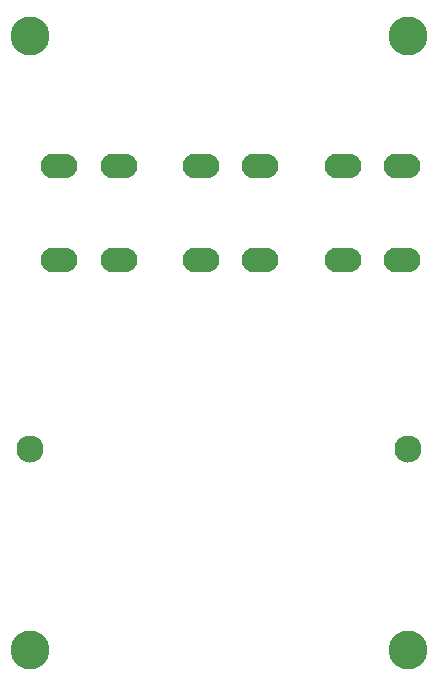
<source format=gbr>
%TF.GenerationSoftware,KiCad,Pcbnew,(5.1.5)-3*%
%TF.CreationDate,2021-03-01T19:21:26+01:00*%
%TF.ProjectId,LandstromWarnung,4c616e64-7374-4726-9f6d-5761726e756e,rev?*%
%TF.SameCoordinates,Original*%
%TF.FileFunction,Soldermask,Bot*%
%TF.FilePolarity,Negative*%
%FSLAX46Y46*%
G04 Gerber Fmt 4.6, Leading zero omitted, Abs format (unit mm)*
G04 Created by KiCad (PCBNEW (5.1.5)-3) date 2021-03-01 19:21:26*
%MOMM*%
%LPD*%
G04 APERTURE LIST*
%ADD10O,3.100000X2.100000*%
%ADD11C,2.300000*%
%ADD12C,3.300000*%
G04 APERTURE END LIST*
D10*
%TO.C,J3*%
X44500000Y-32000000D03*
X39500000Y-32000000D03*
%TD*%
%TO.C,J7*%
X32500000Y-24000000D03*
X27500000Y-24000000D03*
%TD*%
%TO.C,J8*%
X32500000Y-32000000D03*
X27500000Y-32000000D03*
%TD*%
%TO.C,J9*%
X20500000Y-24000000D03*
X15500000Y-24000000D03*
%TD*%
%TO.C,J10*%
X20500000Y-32000000D03*
X15500000Y-32000000D03*
%TD*%
%TO.C,J11*%
X44500000Y-24000000D03*
X39500000Y-24000000D03*
%TD*%
D11*
%TO.C,H6*%
X45000000Y-48000000D03*
%TD*%
%TO.C,H5*%
X13000000Y-48000000D03*
%TD*%
D12*
%TO.C,H1*%
X13000000Y-13000000D03*
%TD*%
%TO.C,H2*%
X13000000Y-65000000D03*
%TD*%
%TO.C,H3*%
X45000000Y-13000000D03*
%TD*%
%TO.C,H4*%
X45000000Y-65000000D03*
%TD*%
M02*

</source>
